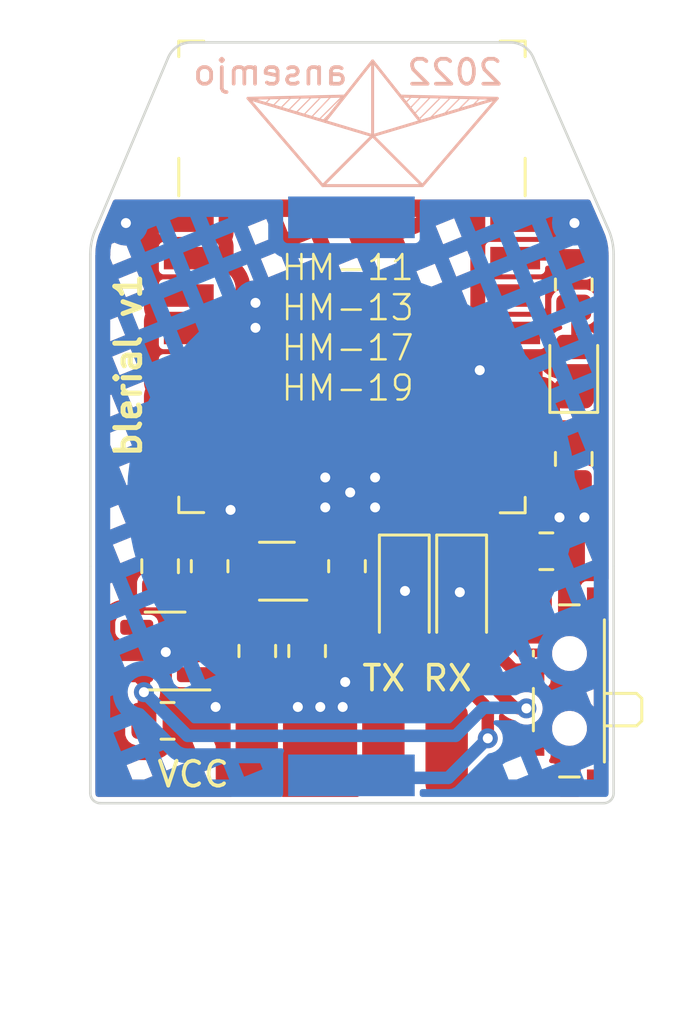
<source format=kicad_pcb>
(kicad_pcb (version 20211014) (generator pcbnew)
  (title_block (date "2022-02-21") (rev "1"))
  (layers (0 "F.Cu" signal "Front") (31 "B.Cu" signal "Back") (34 "B.Paste" user) (35 "F.Paste" user) (36 "B.SilkS" user "B.Silkscreen") (37 "F.SilkS" user "F.Silkscreen") (38 "B.Mask" user) (39 "F.Mask" user) (44 "Edge.Cuts" user))
  (net 0 "")
  (net 1 "GND")
  (net 2 "VBUS")
  (net 3 "+3V3")
  (net 4 "Net-(D1-Pad2)")
  (net 5 "VCC")
  (net 6 "RXD")
  (net 7 "TXD")
  (net 8 "Net-(R1-Pad2)")
  (net 9 "Net-(SW1-Pad2)")
  (net 11 "Net-(BT1-Pad1)")
  (net 12 "TXD_H")
  (net 13 "RXD_H")
  (footprint "Resistor_SMD:R_0805_2012Metric" (layer "F.Cu") (at 171.972 105.0695 90)
    (fp_text reference "R1" hide)
    (fp_text value "2.2kΩ")
    (fp_line (start -0.227064 0.735) (end 0.227064 0.735) (layer "F.SilkS") (width 0.12))
    (fp_line (start -0.227064 -0.735) (end 0.227064 -0.735) (layer "F.SilkS") (width 0.12))
    (pad "1" smd roundrect (at -0.9125 0 90) (size 1.025 1.4) (layers "F.Cu" "F.Paste" "F.Mask") (roundrect_rratio 0.243902) (net 4 "Net-(D1-Pad2)"))
    (pad "2" smd roundrect (at 0.9125 0 90) (size 1.025 1.4) (layers "F.Cu" "F.Paste" "F.Mask") (roundrect_rratio 0.243902) (net 8 "Net-(R1-Pad2)"))
  )
  (footprint "Resistor_SMD:R_0805_2012Metric" (layer "F.Cu") (at 161.272 119.757 90)
    (fp_text reference "R5" hide)
    (fp_text value "10kΩ")
    (fp_line (start -0.227064 0.735) (end 0.227064 0.735) (layer "F.SilkS") (width 0.12))
    (fp_line (start -0.227064 -0.735) (end 0.227064 -0.735) (layer "F.SilkS") (width 0.12))
    (pad "1" smd roundrect (at -0.9125 0 90) (size 1.025 1.4) (layers "F.Cu" "F.Paste" "F.Mask") (roundrect_rratio 0.243902) (net 2 "VBUS"))
    (pad "2" smd roundrect (at 0.9125 0 90) (size 1.025 1.4) (layers "F.Cu" "F.Paste" "F.Mask") (roundrect_rratio 0.243902) (net 13 "RXD_H"))
  )
  (footprint "Diode_SMD:D_SOD-123" (layer "F.Cu") (at 165.172 117.357 -90)
    (fp_text reference "D3" hide)
    (fp_text value "D_Small")
    (fp_line (start -2.25 1) (end 1.65 1) (layer "F.SilkS") (width 0.12))
    (fp_line (start -2.25 -1) (end 1.65 -1) (layer "F.SilkS") (width 0.12))
    (fp_line (start -2.25 -1) (end -2.25 1) (layer "F.SilkS") (width 0.12))
    (pad "1" smd rect (at -1.65 0 270) (size 0.9 1.2) (layers "F.Cu" "F.Paste" "F.Mask") (net 9 "Net-(SW1-Pad2)"))
    (pad "2" smd rect (at 1.65 0 270) (size 0.9 1.2) (layers "F.Cu" "F.Paste" "F.Mask") (net 11 "Net-(BT1-Pad1)"))
  )
  (footprint "Button_Switch_SMD:SW_SPDT_PCM12" (layer "F.Cu") (at 171.472 121.357 90)
    (fp_text reference "SW1" hide)
    (fp_text value "ON/OFF")
    (fp_line (start 1.4 -1.12) (end 1.6 -1.12) (layer "F.SilkS") (width 0.12))
    (fp_line (start 3.45 0.72) (end 3.45 -0.07) (layer "F.SilkS") (width 0.12))
    (fp_line (start -3.45 -0.07) (end -3.45 0.72) (layer "F.SilkS") (width 0.12))
    (fp_line (start -0.1 3.02) (end -0.3 3.23) (layer "F.SilkS") (width 0.12))
    (fp_line (start -1.4 3.02) (end -1.2 3.23) (layer "F.SilkS") (width 0.12))
    (fp_line (start -1.2 3.23) (end -0.3 3.23) (layer "F.SilkS") (width 0.12))
    (fp_line (start -0.1 3.02) (end -0.1 1.73) (layer "F.SilkS") (width 0.12))
    (fp_line (start -1.6 -1.12) (end 0.1 -1.12) (layer "F.SilkS") (width 0.12))
    (fp_line (start -2.85 1.73) (end 2.85 1.73) (layer "F.SilkS") (width 0.12))
    (fp_line (start -1.4 1.73) (end -1.4 3.02) (layer "F.SilkS") (width 0.12))
    (pad "" smd rect (at 3.65 -0.78 90) (size 1 0.8) (layers "F.Cu" "F.Paste" "F.Mask"))
    (pad "" np_thru_hole circle (at 1.5 0.33 90) (size 0.9 0.9) (drill 0.9) (layers *.Cu *.Mask))
    (pad "" smd rect (at -3.65 1.43 90) (size 1 0.8) (layers "F.Cu" "F.Paste" "F.Mask"))
    (pad "" np_thru_hole circle (at -1.5 0.33 90) (size 0.9 0.9) (drill 0.9) (layers *.Cu *.Mask))
    (pad "" smd rect (at 3.65 1.43 90) (size 1 0.8) (layers "F.Cu" "F.Paste" "F.Mask"))
    (pad "" smd rect (at -3.65 -0.78 90) (size 1 0.8) (layers "F.Cu" "F.Paste" "F.Mask"))
    (pad "1" smd rect (at -2.25 -1.43 90) (size 0.7 1.5) (layers "F.Cu" "F.Paste" "F.Mask"))
    (pad "2" smd rect (at 0.75 -1.43 90) (size 0.7 1.5) (layers "F.Cu" "F.Paste" "F.Mask") (net 9 "Net-(SW1-Pad2)"))
    (pad "3" smd rect (at 2.25 -1.43 90) (size 0.7 1.5) (layers "F.Cu" "F.Paste" "F.Mask") (net 5 "VCC"))
  )
  (footprint "Resistor_SMD:R_0805_2012Metric" (layer "F.Cu") (at 162.872 116.357 90)
    (fp_text reference "R2" hide)
    (fp_text value "10kΩ")
    (fp_line (start -0.227064 -0.735) (end 0.227064 -0.735) (layer "F.SilkS") (width 0.12))
    (fp_line (start -0.227064 0.735) (end 0.227064 0.735) (layer "F.SilkS") (width 0.12))
    (pad "1" smd roundrect (at -0.9125 0 90) (size 1.025 1.4) (layers "F.Cu" "F.Paste" "F.Mask") (roundrect_rratio 0.243902) (net 5 "VCC"))
    (pad "2" smd roundrect (at 0.9125 0 90) (size 1.025 1.4) (layers "F.Cu" "F.Paste" "F.Mask") (roundrect_rratio 0.243902) (net 7 "TXD"))
  )
  (footprint "Package_TO_SOT_SMD:SOT-23-5" (layer "F.Cu") (at 155.572 119.757 180)
    (fp_text reference "U2" hide)
    (fp_text value "MIC5504-3.3YM5")
    (fp_line (start 0 1.56) (end -0.8 1.56) (layer "F.SilkS") (width 0.12))
    (fp_line (start 0 -1.56) (end 0.8 -1.56) (layer "F.SilkS") (width 0.12))
    (fp_line (start 0 -1.56) (end -1.8 -1.56) (layer "F.SilkS") (width 0.12))
    (fp_line (start 0 1.56) (end 0.8 1.56) (layer "F.SilkS") (width 0.12))
    (pad "1" smd roundrect (at -1.1375 -0.95 180) (size 1.325 0.6) (layers "F.Cu" "F.Paste" "F.Mask") (net 2 "VBUS"))
    (pad "2" smd roundrect (at -1.1375 0 180) (size 1.325 0.6) (layers "F.Cu" "F.Paste" "F.Mask") (net 1 "GND"))
    (pad "3" smd roundrect (at -1.1375 0.95 180) (size 1.325 0.6) (layers "F.Cu" "F.Paste" "F.Mask") (net 2 "VBUS"))
    (pad "4" smd roundrect (at 1.1375 0.95 180) (size 1.325 0.6) (layers "F.Cu" "F.Paste" "F.Mask"))
    (pad "5" smd roundrect (at 1.1375 -0.95 180) (size 1.325 0.6) (layers "F.Cu" "F.Paste" "F.Mask") (net 3 "+3V3"))
  )
  (footprint "blerial:HM-19" (layer "F.Cu") (at 163.072 107.707)
    (fp_text reference "U1" hide)
    (fp_text value "HM-19")
    (fp_line (start -6.95 -11.78) (end -6.95 -12.4) (layer "F.SilkS") (width 0.12))
    (fp_line (start 6.95 -12.4) (end 6.95 -11.78) (layer "F.SilkS") (width 0.12))
    (fp_line (start -6.95 6.5) (end -6.95 5.88) (layer "F.SilkS") (width 0.12))
    (fp_line (start -6.95 -7.7) (end -6.95 -6.2) (layer "F.SilkS") (width 0.12))
    (fp_line (start 6.95 5.89) (end 6.95 6.51) (layer "F.SilkS") (width 0.12))
    (fp_line (start -5.95 6.5) (end -6.95 6.5) (layer "F.SilkS") (width 0.12))
    (fp_line (start 6.95 -12.4) (end 5.95 -12.4) (layer "F.SilkS") (width 0.12))
    (fp_line (start -5.95 -12.4) (end -6.95 -12.4) (layer "F.SilkS") (width 0.12))
    (fp_line (start 6.95 -7.7) (end 6.95 -6.2) (layer "F.SilkS") (width 0.12))
    (fp_line (start 6.95 6.51) (end 5.95 6.51) (layer "F.SilkS") (width 0.12))
    (pad "1" smd rect (at -6.55 -5.2) (size 2 0.9) (layers "F.Cu" "F.Paste" "F.Mask"))
    (pad "2" smd rect (at -6.55 -3.7) (size 2 0.9) (layers "F.Cu" "F.Paste" "F.Mask") (net 7 "TXD"))
    (pad "3" smd rect (at -6.55 -2.2) (size 2 0.9) (layers "F.Cu" "F.Paste" "F.Mask"))
    (pad "4" smd rect (at -6.55 -0.7) (size 2 0.9) (layers "F.Cu" "F.Paste" "F.Mask") (net 6 "RXD"))
    (pad "5" smd rect (at -6.55 0.8) (size 2 0.9) (layers "F.Cu" "F.Paste" "F.Mask"))
    (pad "6" smd rect (at -6.55 2.3) (size 2 0.9) (layers "F.Cu" "F.Paste" "F.Mask"))
    (pad "7" smd rect (at -6.55 3.8) (size 2 0.9) (layers "F.Cu" "F.Paste" "F.Mask"))
    (pad "8" smd rect (at -6.55 5.3) (size 2 0.9) (layers "F.Cu" "F.Paste" "F.Mask"))
    (pad "9" smd rect (at 6.55 5.3) (size 2 0.9) (layers "F.Cu" "F.Paste" "F.Mask") (net 5 "VCC"))
    (pad "10" smd rect (at 6.55 3.8) (size 2 0.9) (layers "F.Cu" "F.Paste" "F.Mask"))
    (pad "11" smd rect (at 6.55 2.3) (size 2 0.9) (layers "F.Cu" "F.Paste" "F.Mask"))
    (pad "12" smd rect (at 6.55 0.8) (size 2 0.9) (layers "F.Cu" "F.Paste" "F.Mask") (net 1 "GND"))
    (pad "13" smd rect (at 6.55 -0.7) (size 2 0.9) (layers "F.Cu" "F.Paste" "F.Mask"))
    (pad "14" smd rect (at 6.55 -2.2) (size 2 0.9) (layers "F.Cu" "F.Paste" "F.Mask"))
    (pad "15" smd rect (at 6.55 -3.7) (size 2 0.9) (layers "F.Cu" "F.Paste" "F.Mask") (net 8 "Net-(R1-Pad2)"))
    (pad "16" smd rect (at 6.55 -5.2) (size 2 0.9) (layers "F.Cu" "F.Paste" "F.Mask"))
    (zone (net 0) (net_name "") (layers *.Cu) (name "Antenna") (connect_pads (clearance 0)) (min_thickness 0.254)
      (keepout (tracks not_allowed) (vias not_allowed) (pads not_allowed) (copperpour not_allowed) (footprints not_allowed))
      (fill (thermal_gap 0.508) (thermal_bridge_width 0.508))
      (polygon (pts (xy 169.822 101.507) (xy 156.322 101.507) (xy 156.322 95.507) (xy 169.822 95.507)))
    )
  )
  (footprint "Resistor_SMD:R_0805_2012Metric" (layer "F.Cu") (at 159.272 119.757 90)
    (fp_text reference "R3" hide)
    (fp_text value "10kΩ")
    (fp_line (start -0.227064 0.735) (end 0.227064 0.735) (layer "F.SilkS") (width 0.12))
    (fp_line (start -0.227064 -0.735) (end 0.227064 -0.735) (layer "F.SilkS") (width 0.12))
    (pad "1" smd roundrect (at -0.9125 0 90) (size 1.025 1.4) (layers "F.Cu" "F.Paste" "F.Mask") (roundrect_rratio 0.243902) (net 2 "VBUS"))
    (pad "2" smd roundrect (at 0.9125 0 90) (size 1.025 1.4) (layers "F.Cu" "F.Paste" "F.Mask") (roundrect_rratio 0.243902) (net 12 "TXD_H"))
  )
  (footprint "Capacitor_SMD:C_0805_2012Metric" (layer "F.Cu") (at 170.872 115.757)
    (fp_text reference "C4" hide)
    (fp_text value "1µF")
    (fp_line (start -0.261252 0.735) (end 0.261252 0.735) (layer "F.SilkS") (width 0.12))
    (fp_line (start -0.261252 -0.735) (end 0.261252 -0.735) (layer "F.SilkS") (width 0.12))
    (pad "1" smd roundrect (at -0.95 0) (size 1 1.45) (layers "F.Cu" "F.Paste" "F.Mask") (net 5 "VCC"))
    (pad "2" smd roundrect (at 0.95 0) (size 1 1.45) (layers "F.Cu" "F.Paste" "F.Mask") (net 1 "GND"))
  )
  (footprint "Resistor_SMD:R_0805_2012Metric" (layer "F.Cu") (at 157.3595 116.357 90)
    (fp_text reference "R4" hide)
    (fp_text value "10kΩ")
    (fp_line (start -0.227064 0.735) (end 0.227064 0.735) (layer "F.SilkS") (width 0.12))
    (fp_line (start -0.227064 -0.735) (end 0.227064 -0.735) (layer "F.SilkS") (width 0.12))
    (pad "1" smd roundrect (at -0.9125 0 90) (size 1.025 1.4) (layers "F.Cu" "F.Paste" "F.Mask") (roundrect_rratio 0.243902) (net 5 "VCC"))
    (pad "2" smd roundrect (at 0.9125 0 90) (size 1.025 1.4) (layers "F.Cu" "F.Paste" "F.Mask") (roundrect_rratio 0.243902) (net 6 "RXD"))
  )
  (footprint "Package_TO_SOT_SMD:SOT-363_SC-70-6" (layer "F.Cu") (at 160.0595 116.557 180)
    (fp_text reference "Q1" hide)
    (fp_text value "FDG1024NZ")
    (fp_line (start -0.7 1.16) (end 0.7 1.16) (layer "F.SilkS") (width 0.12))
    (fp_line (start 0.7 -1.16) (end -1.2 -1.16) (layer "F.SilkS") (width 0.12))
    (pad "1" smd rect (at -0.95 -0.65 180) (size 0.65 0.4) (layers "F.Cu" "F.Paste" "F.Mask") (net 7 "TXD"))
    (pad "2" smd rect (at -0.95 0 180) (size 0.65 0.4) (layers "F.Cu" "F.Paste" "F.Mask") (net 5 "VCC"))
    (pad "3" smd rect (at -0.95 0.65 180) (size 0.65 0.4) (layers "F.Cu" "F.Paste" "F.Mask") (net 13 "RXD_H"))
    (pad "4" smd rect (at 0.95 0.65 180) (size 0.65 0.4) (layers "F.Cu" "F.Paste" "F.Mask") (net 6 "RXD"))
    (pad "5" smd rect (at 0.95 0 180) (size 0.65 0.4) (layers "F.Cu" "F.Paste" "F.Mask") (net 5 "VCC"))
    (pad "6" smd rect (at 0.95 -0.65 180) (size 0.65 0.4) (layers "F.Cu" "F.Paste" "F.Mask") (net 12 "TXD_H"))
  )
  (footprint "Diode_SMD:D_SOD-123" (layer "F.Cu") (at 167.472 117.357 -90)
    (fp_text reference "D2" hide)
    (fp_text value "D_Small")
    (fp_line (start -2.25 -1) (end 1.65 -1) (layer "F.SilkS") (width 0.12))
    (fp_line (start -2.25 1) (end 1.65 1) (layer "F.SilkS") (width 0.12))
    (fp_line (start -2.25 -1) (end -2.25 1) (layer "F.SilkS") (width 0.12))
    (pad "1" smd rect (at -1.65 0 270) (size 0.9 1.2) (layers "F.Cu" "F.Paste" "F.Mask") (net 9 "Net-(SW1-Pad2)"))
    (pad "2" smd rect (at 1.65 0 270) (size 0.9 1.2) (layers "F.Cu" "F.Paste" "F.Mask") (net 3 "+3V3"))
  )
  (footprint "Connector_PinHeader_2.54mm:PinHeader_1x04_P2.54mm_Horizontal" (layer "F.Cu") (at 166.872 124.132 -90)
    (fp_text reference "J1" hide)
    (fp_text value "Header")
    (pad "1" smd roundrect (at -0.425 0 270) (size 3.7 1.7) (layers "F.Cu" "F.Mask") (net 13 "RXD_H"))
    (pad "2" smd roundrect (at -0.425 2.54 270) (size 3.7 1.7) (layers "F.Cu" "F.Mask") (net 12 "TXD_H"))
    (pad "3" smd roundrect (at -0.425 5.08 270) (size 3.7 1.7) (layers "F.Cu" "F.Mask") (net 1 "GND"))
    (pad "4" smd roundrect (at -0.425 7.62 270) (size 3.7 1.7) (layers "F.Cu" "F.Mask") (net 2 "VBUS"))
  )
  (footprint "Capacitor_SMD:C_0805_2012Metric" (layer "F.Cu") (at 155.672 122.557)
    (fp_text reference "C2" hide)
    (fp_text value "1µF")
    (fp_line (start -0.261252 -0.735) (end 0.261252 -0.735) (layer "F.SilkS") (width 0.12))
    (fp_line (start -0.261252 0.735) (end 0.261252 0.735) (layer "F.SilkS") (width 0.12))
    (pad "1" smd roundrect (at -0.95 0) (size 1 1.45) (layers "F.Cu" "F.Paste" "F.Mask") (net 3 "+3V3"))
    (pad "2" smd roundrect (at 0.95 0) (size 1 1.45) (layers "F.Cu" "F.Paste" "F.Mask") (net 1 "GND"))
  )
  (footprint "Capacitor_SMD:C_0805_2012Metric" (layer "F.Cu") (at 171.972 112.057 90)
    (fp_text reference "C3" hide)
    (fp_text value "0.1µF")
    (fp_line (start -0.261252 -0.735) (end 0.261252 -0.735) (layer "F.SilkS") (width 0.12))
    (fp_line (start -0.261252 0.735) (end 0.261252 0.735) (layer "F.SilkS") (width 0.12))
    (pad "1" smd roundrect (at -0.95 0 90) (size 1 1.45) (layers "F.Cu" "F.Paste" "F.Mask") (net 5 "VCC"))
    (pad "2" smd roundrect (at 0.95 0 90) (size 1 1.45) (layers "F.Cu" "F.Paste" "F.Mask") (net 1 "GND"))
  )
  (footprint "Capacitor_SMD:C_0805_2012Metric" (layer "F.Cu") (at 155.372 116.357 90)
    (fp_text reference "C1" hide)
    (fp_text value "1µF")
    (fp_line (start -0.261252 -0.735) (end 0.261252 -0.735) (layer "F.SilkS") (width 0.12))
    (fp_line (start -0.261252 0.735) (end 0.261252 0.735) (layer "F.SilkS") (width 0.12))
    (pad "1" smd roundrect (at -0.95 0 90) (size 1 1.45) (layers "F.Cu" "F.Paste" "F.Mask") (net 2 "VBUS"))
    (pad "2" smd roundrect (at 0.95 0 90) (size 1 1.45) (layers "F.Cu" "F.Paste" "F.Mask") (net 1 "GND"))
  )
  (footprint "LED_SMD:LED_0805_2012Metric" (layer "F.Cu") (at 171.972 108.507 90)
    (fp_text reference "D1" hide)
    (fp_text value "LED")
    (fp_line (start 1 -0.96) (end -1.685 -0.96) (layer "F.SilkS") (width 0.12))
    (fp_line (start -1.685 0.96) (end 1 0.96) (layer "F.SilkS") (width 0.12))
    (fp_line (start -1.685 -0.96) (end -1.685 0.96) (layer "F.SilkS") (width 0.12))
    (pad "1" smd roundrect (at -0.9375 0 90) (size 0.975 1.4) (layers "F.Cu" "F.Paste" "F.Mask") (net 1 "GND"))
    (pad "2" smd roundrect (at 0.9375 0 90) (size 0.975 1.4) (layers "F.Cu" "F.Paste" "F.Mask") (net 4 "Net-(D1-Pad2)"))
  )
  (footprint "blerial:ahoi" (layer "B.Cu") (at 163.9 99.1 180)
    (fp_text reference "ahoi" hide)
    (fp_text value "2022" (at -3.3 2.54) (layer "B.SilkS") (effects (justify mirror)))
    (fp_text user "ansemjo" (at 4.1 2.54) (layer "B.SilkS") (effects (justify mirror)))
    (fp_line (start -1.143 1.5875) (end -5 1.5) (layer "B.SilkS") (width 0.12))
    (fp_line (start 1.143 1.5875) (end 5 1.5) (layer "B.SilkS") (width 0.12))
    (fp_line (start -2.3495 1.5748) (end -1.7 0.9) (layer "B.SilkS") (width 0.05))
    (fp_line (start 0 3) (end 0 0) (layer "B.SilkS") (width 0.12))
    (fp_line (start -3.9 1.5) (end -3.45 1.05) (layer "B.SilkS") (width 0.05))
    (fp_line (start 0 0) (end -2 -2) (layer "B.SilkS") (width 0.12))
    (fp_line (start 0 3) (end 1.9 0.6) (layer "B.SilkS") (width 0.12))
    (fp_line (start -1.524 1.524) (end -1.35 1.35) (layer "B.SilkS") (width 0.05))
    (fp_line (start 1.5 1.1) (end 2 0.6) (layer "B.SilkS") (width 0.05))
    (fp_line (start -1.905 1.524) (end -1.5 1.1) (layer "B.SilkS") (width 0.05))
    (fp_line (start -3.5 1.5) (end -2.9 0.9) (layer "B.SilkS") (width 0.05))
    (fp_line (start 2 -2) (end -2 -2) (layer "B.SilkS") (width 0.12))
    (fp_line (start -2 -2) (end -5 1.5) (layer "B.SilkS") (width 0.12))
    (fp_line (start 3.7 1.5) (end 4 1.2) (layer "B.SilkS") (width 0.05))
    (fp_line (start 0 0) (end 5 1.5) (layer "B.SilkS") (width 0.12))
    (fp_line (start 4.1 1.5) (end 4.3 1.3) (layer "B.SilkS") (width 0.05))
    (fp_line (start -5 1.5) (end 0 0) (layer "B.SilkS") (width 0.12))
    (fp_line (start 1.651 1.5875) (end 2.45 0.75) (layer "B.SilkS") (width 0.05))
    (fp_line (start -2.7 1.5) (end -1.85 0.65) (layer "B.SilkS") (width 0.05))
    (fp_line (start 0 3) (end -1.9 0.6) (layer "B.SilkS") (width 0.12))
    (fp_line (start 3.3 1.5) (end 3.7 1.1) (layer "B.SilkS") (width 0.05))
    (fp_line (start 2.4765 1.524) (end 3.1 0.9) (layer "B.SilkS") (width 0.05))
    (fp_line (start -4.3 1.5) (end -4 1.2) (layer "B.SilkS") (width 0.05))
    (fp_line (start 2.0955 1.524) (end 2.75 0.85) (layer "B.SilkS") (width 0.05))
    (fp_line (start 0 0) (end 2 -2) (layer "B.SilkS") (width 0.12))
    (fp_line (start -3.1 1.5) (end -2.3 0.7) (layer "B.SilkS") (width 0.05))
    (fp_line (start 2 -2) (end 5 1.5) (layer "B.SilkS") (width 0.12))
    (fp_line (start 1.2065 1.5875) (end 2.15 0.65) (layer "B.SilkS") (width 0.05))
    (fp_line (start 2.9 1.5) (end 3.4 1) (layer "B.SilkS") (width 0.05))
  )
  (footprint "Battery:BatteryHolder_Keystone_3034_1x20mm" (layer "B.Cu") (at 163.05 113.557 -90)
    (fp_text reference "BT1" hide)
    (fp_text value "Coin Cell")
    (pad "1" smd rect (at -11.185 0 270) (size 1.67 5.08) (layers "B.Cu" "B.Paste" "B.Mask") (net 11 "Net-(BT1-Pad1)"))
    (pad "1" smd rect (at 11.185 0 270) (size 1.67 5.08) (layers "B.Cu" "B.Paste" "B.Mask") (net 11 "Net-(BT1-Pad1)"))
    (pad "2" smd circle (at 0 0 270) (size 17.8 17.8) (layers "B.Cu" "B.Mask") (net 1 "GND"))
  )
  (gr_arc (start 152.572 103.857) (mid 152.633468 103.306036) (end 152.814849 102.782166) (layer "Edge.Cuts") (width 0.1))
  (gr_line (start 152.572 125.457) (end 152.572 116.357) (layer "Edge.Cuts") (width 0.1))
  (gr_line (start 173.572 103.857) (end 173.572 116.357) (layer "Edge.Cuts") (width 0.1))
  (gr_arc (start 155.703102 95.950862) (mid 156.072 95.518508) (end 156.616914 95.357) (layer "Edge.Cuts") (width 0.1))
  (gr_arc (start 173.572 125.457) (mid 173.454843 125.739843) (end 173.172 125.857) (layer "Edge.Cuts") (width 0.1))
  (gr_arc (start 173.329151 102.782166) (mid 173.510532 103.306036) (end 173.572 103.857) (layer "Edge.Cuts") (width 0.1))
  (gr_line (start 173.172 125.857) (end 152.972 125.857) (layer "Edge.Cuts") (width 0.1))
  (gr_line (start 152.572 116.357) (end 152.572 103.857) (layer "Edge.Cuts") (width 0.1))
  (gr_arc (start 152.972 125.857) (mid 152.689157 125.739843) (end 152.572 125.457) (layer "Edge.Cuts") (width 0.1))
  (gr_arc (start 169.427086 95.357) (mid 169.972 95.518508) (end 170.340898 95.950862) (layer "Edge.Cuts") (width 0.1))
  (gr_line (start 170.340898 95.950862) (end 173.329151 102.782166) (layer "Edge.Cuts") (width 0.1))
  (gr_line (start 152.814849 102.782166) (end 155.703102 95.950862) (layer "Edge.Cuts") (width 0.1))
  (gr_line (start 173.572 116.357) (end 173.572 125.457) (layer "Edge.Cuts") (width 0.1))
  (gr_line (start 156.616914 95.357) (end 169.427086 95.357) (layer "Edge.Cuts") (width 0.1))
  (gr_text "HM-11\nHM-13\nHM-17\nHM-19" (at 162.9 106.8) (layer "F.SilkS") (effects (font (size 1 1) (thickness 0.1))))
  (gr_text "TX" (at 164.35 120.85) (layer "F.SilkS") (effects (font (size 1 1))))
  (gr_text "blerial v1" (at 154.1 108.3 90) (layer "F.SilkS") (effects (font (size 1 1) (thickness 0.2))))
  (gr_text "VCC" (at 156.7 124.7) (layer "F.SilkS") (effects (font (size 1 1))))
  (gr_text "RX" (at 166.9 120.85) (layer "F.SilkS") (effects (font (size 1 1))))
  (via (at 162 112.8) (size 0.8) (drill 0.4) (layers "F.Cu" "B.Cu") (net 1))
  (via (at 162 114) (size 0.8) (drill 0.4) (layers "F.Cu" "B.Cu") (net 1))
  (via (at 171.4 114.4) (size 0.8) (drill 0.4) (layers "F.Cu" "B.Cu") (net 1))
  (via (at 159.2 106.8) (size 0.8) (drill 0.4) (layers "F.Cu" "B.Cu") (net 1))
  (via (at 165.2 117.35) (size 0.8) (drill 0.4) (layers "F.Cu" "B.Cu") (net 1))
  (via (at 162.8 121) (size 0.8) (drill 0.4) (layers "F.Cu" "B.Cu") (net 1))
  (via (at 164 112.8) (size 0.8) (drill 0.4) (layers "F.Cu" "B.Cu") (net 1))
  (via (at 155.6 119.8) (size 0.8) (drill 0.4) (layers "F.Cu" "B.Cu") (net 1))
  (via (at 167.4 117.4) (size 0.8) (drill 0.4) (layers "F.Cu" "B.Cu") (net 1))
  (via (at 154 102.6) (size 0.8) (drill 0.4) (layers "F.Cu" "B.Cu") (net 1))
  (via (at 168.2 108.5) (size 0.8) (drill 0.4) (layers "F.Cu" "B.Cu") (net 1))
  (via (at 164 114) (size 0.8) (drill 0.4) (layers "F.Cu" "B.Cu") (net 1))
  (via (at 157.6 122) (size 0.8) (drill 0.4) (layers "F.Cu" "B.Cu") (net 1))
  (via (at 172 102.6) (size 0.8) (drill 0.4) (layers "F.Cu" "B.Cu") (net 1))
  (via (at 159.2 105.8) (size 0.8) (drill 0.4) (layers "F.Cu" "B.Cu") (net 1))
  (via (at 161.8 122) (size 0.8) (drill 0.4) (layers "F.Cu" "B.Cu") (net 1))
  (via (at 172.4 114.4) (size 0.8) (drill 0.4) (layers "F.Cu" "B.Cu") (net 1))
  (via (at 162.7 122) (size 0.8) (drill 0.4) (layers "F.Cu" "B.Cu") (net 1))
  (via (at 158.2 114.1) (size 0.8) (drill 0.4) (layers "F.Cu" "B.Cu") (net 1))
  (via (at 163 113.4) (size 0.8) (drill 0.4) (layers "F.Cu" "B.Cu") (net 1))
  (via (at 160.9 122) (size 0.8) (drill 0.4) (layers "F.Cu" "B.Cu") (net 1))
  (segment (start 157.269849 118.807) (end 157.82152 119.358671) (width 0.5) (layer "F.Cu") (net 2))
  (segment (start 159.272 120.6695) (end 157.7595 120.6695) (width 0.5) (layer "F.Cu") (net 2))
  (segment (start 159.272 123.687) (end 159.252 123.707) (width 0.5) (layer "F.Cu") (net 2))
  (segment (start 157.7595 120.6695) (end 156.747 120.6695) (width 0.5) (layer "F.Cu") (net 2))
  (segment (start 159.272 120.6695) (end 159.272 123.687) (width 0.5) (layer "F.Cu") (net 2))
  (segment (start 157.82152 120.60748) (end 157.7595 120.6695) (width 0.5) (layer "F.Cu") (net 2))
  (segment (start 156.7095 118.807) (end 156.7095 118.6445) (width 0.5) (layer "F.Cu") (net 2))
  (segment (start 161.272 120.6695) (end 159.272 120.6695) (width 0.5) (layer "F.Cu") (net 2))
  (segment (start 156.7095 118.807) (end 157.269849 118.807) (width 0.5) (layer "F.Cu") (net 2))
  (segment (start 156.7095 118.6445) (end 155.372 117.307) (width 0.5) (layer "F.Cu") (net 2))
  (segment (start 156.747 120.6695) (end 156.7095 120.707) (width 0.5) (layer "F.Cu") (net 2))
  (segment (start 157.82152 119.358671) (end 157.82152 120.60748) (width 0.5) (layer "F.Cu") (net 2))
  (segment (start 167.472 119.699893) (end 167.472 119.007) (width 0.5) (layer "F.Cu") (net 3))
  (segment (start 154.722 122.557) (end 154.722 121.407) (width 0.5) (layer "F.Cu") (net 3))
  (segment (start 170.072 122.057) (end 169.829107 122.057) (width 0.5) (layer "F.Cu") (net 3))
  (segment (start 154.722 121.407) (end 154.722 120.9945) (width 0.5) (layer "F.Cu") (net 3))
  (segment (start 169.475553 121.910553) (end 167.618446 120.053446) (width 0.5) (layer "F.Cu") (net 3))
  (segment (start 154.722 120.9945) (end 154.4345 120.707) (width 0.5) (layer "F.Cu") (net 3))
  (via (at 170.072 122.057) (size 0.8) (drill 0.4) (layers "F.Cu" "B.Cu") (net 3))
  (via (at 154.722 121.407) (size 0.8) (drill 0.4) (layers "F.Cu" "B.Cu") (net 3))
  (arc (start 167.472 119.699893) (mid 167.51006 119.891234) (end 167.618446 120.053446) (width 0.5) (layer "F.Cu") (net 3))
  (arc (start 169.829107 122.057) (mid 169.637765 122.01894) (end 169.475553 121.910553) (width 0.5) (layer "F.Cu") (net 3))
  (segment (start 156.472 123.157) (end 167.232753 123.157) (width 0.5) (layer "B.Cu") (net 3))
  (segment (start 170.047929 122.032929) (end 170.072 122.057) (width 0.5) (layer "B.Cu") (net 3))
  (segment (start 154.722 121.407) (end 156.472 123.157) (width 0.5) (layer "B.Cu") (net 3))
  (segment (start 167.232753 123.157) (end 168.356824 122.032929) (width 0.5) (layer "B.Cu") (net 3))
  (segment (start 168.356824 122.032929) (end 170.047929 122.032929) (width 0.5) (layer "B.Cu") (net 3))
  (segment (start 171.972 107.5695) (end 171.972 105.982) (width 0.2) (layer "F.Cu") (net 4))
  (segment (start 159.1095 116.557) (end 159.249899 116.557) (width 0.2) (layer "F.Cu") (net 5))
  (segment (start 169.572 118.637) (end 169.572 114.607) (width 0.5) (layer "F.Cu") (net 5))
  (segment (start 159.872 115.934899) (end 159.872 115.914107) (width 0.2) (layer "F.Cu") (net 5))
  (segment (start 160.479107 115.307) (end 161.164893 115.307) (width 0.2) (layer "F.Cu") (net 5))
  (segment (start 160.854107 117.807) (end 161.364893 117.807) (width 0.2) (layer "F.Cu") (net 5))
  (segment (start 160.468447 117.628447) (end 160.500554 117.660554) (width 0.2) (layer "F.Cu") (net 5))
  (segment (start 160.322 117.114107) (end 160.322 117.274893) (width 0.2) (layer "F.Cu") (net 5))
  (segment (start 170.042 119.107) (end 169.572 118.637) (width 0.5) (layer "F.Cu") (net 5))
  (segment (start 169.622 113.007) (end 171.972 113.007) (width 0.5) (layer "F.Cu") (net 5))
  (segment (start 160.018447 115.560553) (end 160.125554 115.453446) (width 0.2) (layer "F.Cu") (net 5))
  (segment (start 158.279107 116.557) (end 159.1095 116.557) (width 0.2) (layer "F.Cu") (net 5))
  (segment (start 169.314107 115.757) (end 169.922 115.757) (width 0.2) (layer "F.Cu") (net 5))
  (segment (start 161.625553 116.324447) (end 161.539446 116.410554) (width 0.2) (layer "F.Cu") (net 5))
  (segment (start 161.518447 115.453447) (end 161.625554 115.560554) (width 0.2) (layer "F.Cu") (net 5))
  (segment (start 160.525553 116.703447) (end 160.468446 116.760554) (width 0.2) (layer "F.Cu") (net 5))
  (segment (start 169.572 114.607) (end 169.572 113.057) (width 0.5) (layer "F.Cu") (net 5))
  (segment (start 162.872 117.2695) (end 163.853554 116.287946) (width 0.2) (layer "F.Cu") (net 5))
  (segment (start 164.637085 114.7) (end 167.842893 114.7) (width 0.2) (layer "F.Cu") (net 5))
  (segment (start 169.572 113.057) (end 169.622 113.007) (width 0.5) (layer "F.Cu") (net 5))
  (segment (start 157.3595 117.2695) (end 157.925554 116.703446) (width 0.2) (layer "F.Cu") (net 5))
  (segment (start 168.196447 114.846447) (end 168.960554 115.610554) (width 0.2) (layer "F.Cu") (net 5))
  (segment (start 161.772 115.914107) (end 161.772 115.970893) (width 0.2) (layer "F.Cu") (net 5))
  (segment (start 161.718447 117.660553) (end 161.963054 117.415946) (width 0.2) (layer "F.Cu") (net 5))
  (segment (start 161.0095 116.557) (end 160.879107 116.557) (width 0.2) (layer "F.Cu") (net 5))
  (segment (start 164 115.934393) (end 164 115.337085) (width 0.2) (layer "F.Cu") (net 5))
  (segment (start 161.185893 116.557) (end 161.0095 116.557) (width 0.2) (layer "F.Cu") (net 5))
  (segment (start 159.603453 116.410553) (end 159.725554 116.288452) (width 0.2) (layer "F.Cu") (net 5))
  (segment (start 164.146447 114.983531) (end 164.283532 114.846446) (width 0.2) (layer "F.Cu") (net 5))
  (segment (start 162.316607 117.2695) (end 162.872 117.2695) (width 0.2) (layer "F.Cu") (net 5))
  (arc (start 160.525553 116.703447) (mid 160.687765 116.59506) (end 160.879107 116.557) (width 0.2) (layer "F.Cu") (net 5))
  (arc (start 160.500554 117.660554) (mid 160.662766 117.76894) (end 160.854107 117.807) (width 0.2) (layer "F.Cu") (net 5))
  (arc (start 159.249899 116.557) (mid 159.441241 116.51894) (end 159.603453 116.410553) (width 0.2) (layer "F.Cu") (net 5))
  (arc (start 160.125554 115.453446) (mid 160.287766 115.34506) (end 160.479107 115.307) (width 0.2) (layer "F.Cu") (net 5))
  (arc (start 157.925554 116.703446) (mid 158.087766 116.59506) (end 158.279107 116.557) (width 0.2) (layer "F.Cu") (net 5))
  (arc (start 168.196447 114.846447) (mid 168.034235 114.73806) (end 167.842893 114.7) (width 0.2) (layer "F.Cu") (net 5))
  (arc (start 161.718447 117.660553) (mid 161.556235 117.76894) (end 161.364893 117.807) (width 0.2) (layer "F.Cu") (net 5))
  (arc (start 164.146447 114.983531) (mid 164.03806 115.145743) (end 164 115.337085) (width 0.2) (layer "F.Cu") (net 5))
  (arc (start 160.018447 115.560553) (mid 159.91006 115.722765) (end 159.872 115.914107) (width 0.2) (layer "F.Cu") (net 5))
  (arc (start 164 115.934393) (mid 163.96194 116.125734) (end 163.853554 116.287946) (width 0.2) (layer "F.Cu") (net 5))
  (arc (start 161.963054 117.415946) (mid 162.125266 117.30756) (end 162.316607 117.2695) (width 0.2) (layer "F.Cu") (net 5))
  (arc (start 161.185893 116.557) (mid 161.377234 116.51894) (end 161.539446 116.410554) (width 0.2) (layer "F.Cu") (net 5))
  (arc (start 160.468446 116.760554) (mid 160.36006 116.922766) (end 160.322 117.114107) (width 0.2) (layer "F.Cu") (net 5))
  (arc (start 160.468447 117.628447) (mid 160.36006 117.466235) (end 160.322 117.274893) (width 0.2) (layer "F.Cu") (net 5))
  (arc (start 161.772 115.970893) (mid 161.73394 116.162235) (end 161.625553 116.324447) (width 0.2) (layer "F.Cu") (net 5))
  (arc (start 161.518447 115.453447) (mid 161.356235 115.34506) (end 161.164893 115.307) (width 0.2) (layer "F.Cu") (net 5))
  (arc (start 159.872 115.934899) (mid 159.83394 116.12624) (end 159.725554 116.288452) (width 0.2) (layer "F.Cu") (net 5))
  (arc (start 169.314107 115.757) (mid 169.122766 115.71894) (end 168.960554 115.610554) (width 0.2) (layer "F.Cu") (net 5))
  (arc (start 161.772 115.914107) (mid 161.73394 115.722766) (end 161.625554 115.560554) (width 0.2) (layer "F.Cu") (net 5))
  (arc (start 164.283532 114.846446) (mid 164.445744 114.73806) (end 164.637085 114.7) (width 0.2) (layer "F.Cu") (net 5))
  (segment (start 157.3595 115.4445) (end 157.675554 115.760554) (width 0.2) (layer "F.Cu") (net 6))
  (segment (start 158.963053 108.898053) (end 157.218446 107.153446) (width 0.2) (layer "F.Cu") (net 6))
  (segment (start 156.864893 107.007) (end 156.522 107.007) (width 0.2) (layer "F.Cu") (net 6))
  (segment (start 158.029107 115.907) (end 159.1095 115.907) (width 0.2) (layer "F.Cu") (net 6))
  (segment (start 159.1095 115.907) (end 159.1095 109.251607) (width 0.2) (layer "F.Cu") (net 6))
  (arc (start 157.675554 115.760554) (mid 157.837766 115.86894) (end 158.029107 115.907) (width 0.2) (layer "F.Cu") (net 6))
  (arc (start 156.864893 107.007) (mid 157.056234 107.04506) (end 157.218446 107.153446) (width 0.2) (layer "F.Cu") (net 6))
  (arc (start 158.963053 108.898053) (mid 159.07144 109.060265) (end 159.1095 109.251607) (width 0.2) (layer "F.Cu") (net 6))
  (segment (start 156.863915 104.007) (end 156.522 104.007) (width 0.2) (layer "F.Cu") (net 7))
  (segment (start 160.313053 114.710553) (end 159.805946 114.203446) (width 0.2) (layer "F.Cu") (net 7))
  (segment (start 162.053553 115.153553) (end 161.903446 115.003446) (width 0.2) (layer "F.Cu") (net 7))
  (segment (start 161.549893 114.857) (end 160.666607 114.857) (width 0.2) (layer "F.Cu") (net 7))
  (segment (start 158.1 107.042893) (end 158.1 105.243085) (width 0.2) (layer "F.Cu") (net 7))
  (segment (start 162.2 116.221893) (end 162.2 115.507107) (width 0.2) (layer "F.Cu") (net 7))
  (segment (start 159.6595 113.849893) (end 159.6595 109.016607) (width 0.2) (layer "F.Cu") (net 7))
  (segment (start 161.0095 117.207) (end 161.214893 117.207) (width 0.2) (layer "F.Cu") (net 7))
  (segment (start 161.568447 117.060553) (end 162.053554 116.575446) (width 0.2) (layer "F.Cu") (net 7))
  (segment (start 159.513053 108.663053) (end 158.246446 107.396446) (width 0.2) (layer "F.Cu") (net 7))
  (segment (start 157.953553 104.889531) (end 157.217468 104.153446) (width 0.2) (layer "F.Cu") (net 7))
  (arc (start 156.863915 104.007) (mid 157.055256 104.04506) (end 157.217468 104.153446) (width 0.2) (layer "F.Cu") (net 7))
  (arc (start 162.2 116.221893) (mid 162.16194 116.413234) (end 162.053554 116.575446) (width 0.2) (layer "F.Cu") (net 7))
  (arc (start 157.953553 104.889531) (mid 158.06194 105.051743) (end 158.1 105.243085) (width 0.2) (layer "F.Cu") (net 7))
  (arc (start 161.214893 117.207) (mid 161.406235 117.16894) (end 161.568447 117.060553) (width 0.2) (layer "F.Cu") (net 7))
  (arc (start 161.549893 114.857) (mid 161.741234 114.89506) (end 161.903446 115.003446) (width 0.2) (layer "F.Cu") (net 7))
  (arc (start 162.2 115.507107) (mid 162.16194 115.315765) (end 162.053553 115.153553) (width 0.2) (layer "F.Cu") (net 7))
  (arc (start 159.805946 114.203446) (mid 159.69756 114.041234) (end 159.6595 113.849893) (width 0.2) (layer "F.Cu") (net 7))
  (arc (start 160.666607 114.857) (mid 160.475265 114.81894) (end 160.313053 114.710553) (width 0.2) (layer "F.Cu") (net 7))
  (arc (start 158.246446 107.396446) (mid 158.13806 107.234234) (end 158.1 107.042893) (width 0.2) (layer "F.Cu") (net 7))
  (arc (start 159.513053 108.663053) (mid 159.62144 108.825265) (end 159.6595 109.016607) (width 0.2) (layer "F.Cu") (net 7))
  (segment (start 171.972 104.157) (end 171.822 104.007) (width 0.2) (layer "F.Cu") (net 8))
  (segment (start 171.822 104.007) (end 169.622 104.007) (width 0.2) (layer "F.Cu") (net 8))
  (segment (start 169.849107 120.607) (end 170.042 120.607) (width 0.5) (layer "F.Cu") (net 9))
  (segment (start 167.472 115.707) (end 165.172 115.707) (width 0.5) (layer "F.Cu") (net 9))
  (segment (start 167.472 115.707) (end 168.575554 116.810554) (width 0.5) (layer "F.Cu") (net 9))
  (segment (start 168.868447 119.833447) (end 169.495554 120.460554) (width 0.5) (layer "F.Cu") (net 9))
  (segment (start 168.722 117.164107) (end 168.722 119.479893) (width 0.5) (layer "F.Cu") (net 9))
  (arc (start 168.722 119.479893) (mid 168.76006 119.671235) (end 168.868447 119.833447) (width 0.5) (layer "F.Cu") (net 9))
  (arc (start 168.722 117.164107) (mid 168.68394 116.972766) (end 168.575554 116.810554) (width 0.5) (layer "F.Cu") (net 9))
  (arc (start 169.495554 120.460554) (mid 169.657766 120.56894) (end 169.849107 120.607) (width 0.5) (layer "F.Cu") (net 9))
  (segment (start 165.172 119.007) (end 165.264893 119.007) (width 0.5) (layer "F.Cu") (net 11))
  (segment (start 168.522 122.264107) (end 168.522 123.257) (width 0.5) (layer "F.Cu") (net 11))
  (segment (start 165.618447 119.153447) (end 168.375554 121.910554) (width 0.5) (layer "F.Cu") (net 11))
  (via (at 168.522 123.257) (size 0.8) (drill 0.4) (layers "F.Cu" "B.Cu") (net 11))
  (arc (start 168.522 122.264107) (mid 168.48394 122.072766) (end 168.375554 121.910554) (width 0.5) (layer "F.Cu") (net 11))
  (arc (start 165.264893 119.007) (mid 165.456235 119.04506) (end 165.618447 119.153447) (width 0.5) (layer "F.Cu") (net 11))
  (segment (start 163.072 124.842) (end 166.937 124.842) (width 0.5) (layer "B.Cu") (net 11))
  (segment (start 166.937 124.842) (end 168.522 123.257) (width 0.5) (layer "B.Cu") (net 11))
  (segment (start 159.255947 118.828447) (end 159.272 118.8445) (width 0.2) (layer "F.Cu") (net 12))
  (segment (start 159.272 118.8445) (end 160.038054 119.610554) (width 0.2) (layer "F.Cu") (net 12))
  (segment (start 160.391607 119.757) (end 162.499899 119.757) (width 0.2) (layer "F.Cu") (net 12))
  (segment (start 164.332 121.589101) (end 164.332 123.707) (width 0.2) (layer "F.Cu") (net 12))
  (segment (start 162.853453 119.903447) (end 164.185554 121.235548) (width 0.2) (layer "F.Cu") (net 12))
  (segment (start 159.1095 117.207) (end 159.1095 118.474893) (width 0.2) (layer "F.Cu") (net 12))
  (arc (start 160.391607 119.757) (mid 160.200266 119.71894) (end 160.038054 119.610554) (width 0.2) (layer "F.Cu") (net 12))
  (arc (start 162.499899 119.757) (mid 162.691241 119.79506) (end 162.853453 119.903447) (width 0.2) (layer "F.Cu") (net 12))
  (arc (start 159.255947 118.828447) (mid 159.14756 118.666235) (end 159.1095 118.474893) (width 0.2) (layer "F.Cu") (net 12))
  (arc (start 164.185554 121.235548) (mid 164.29394 121.39776) (end 164.332 121.589101) (width 0.2) (layer "F.Cu") (net 12))
  (segment (start 161.0095 115.907) (end 160.879107 115.907) (width 0.2) (layer "F.Cu") (net 13))
  (segment (start 159.872 116.914107) (end 159.872 117.551421) (width 0.2) (layer "F.Cu") (net 13))
  (segment (start 162.505947 118.990947) (end 166.725554 123.210554) (width 0.2) (layer "F.Cu") (net 13))
  (segment (start 166.872 123.564107) (end 166.872 123.707) (width 0.2) (layer "F.Cu") (net 13))
  (segment (start 160.018447 117.904975) (end 160.811526 118.698054) (width 0.2) (layer "F.Cu") (net 13))
  (segment (start 160.525553 116.053447) (end 160.018446 116.560554) (width 0.2) (layer "F.Cu") (net 13))
  (segment (start 161.165079 118.8445) (end 162.152393 118.8445) (width 0.2) (layer "F.Cu") (net 13))
  (arc (start 162.505947 118.990947) (mid 162.343735 118.88256) (end 162.152393 118.8445) (width 0.2) (layer "F.Cu") (net 13))
  (arc (start 166.725554 123.210554) (mid 166.83394 123.372766) (end 166.872 123.564107) (width 0.2) (layer "F.Cu") (net 13))
  (arc (start 159.872 116.914107) (mid 159.91006 116.722766) (end 160.018446 116.560554) (width 0.2) (layer "F.Cu") (net 13))
  (arc (start 160.879107 115.907) (mid 160.687765 115.94506) (end 160.525553 116.053447) (width 0.2) (layer "F.Cu") (net 13))
  (arc (start 160.018447 117.904975) (mid 159.91006 117.742763) (end 159.872 117.551421) (width 0.2) (layer "F.Cu") (net 13))
  (arc (start 160.811526 118.698054) (mid 160.973738 118.80644) (end 161.165079 118.8445) (width 0.2) (layer "F.Cu") (net 13))
  (zone (net 1) (net_name "GND") (layers F&B.Cu) (connect_pads thru_hole_only (clearance 0.2)) (min_thickness 0.2) (fill yes (mode hatch) (thermal_gap 0.3) (thermal_bridge_width 0.508) (hatch_thickness 0.6) (hatch_gap 0.8) (hatch_orientation 22) (hatch_border_algorithm hatch_thickness) (hatch_min_hole_area 0.3))
    (polygon (pts (xy 173.572 125.607) (xy 152.572 125.607) (xy 152.572 101.657) (xy 173.572 101.657)))
  )
)
</source>
